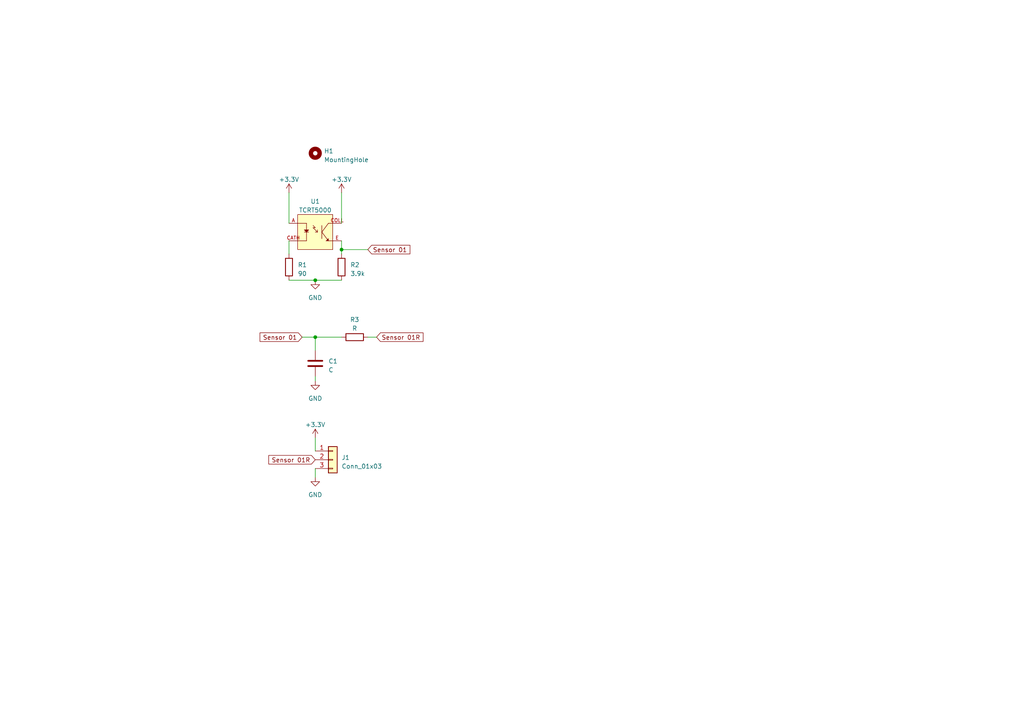
<source format=kicad_sch>
(kicad_sch (version 20230121) (generator eeschema)
  (paper "A4")
  (lib_symbols
    (symbol "Connector_Generic:Conn_01x03" (pin_names (offset 1.016) hide)
      (property "Reference" "J" (at 0 5.08 0))
      (property "Value" "Conn_01x03" (at 0 -5.08 0))
      (symbol "Conn_01x03_1_1"
        (rectangle (start -1.27 -2.413) (end 0 -2.667) (stroke (width 0.1524)))
        (rectangle (start -1.27 0.127) (end 0 -0.127) (stroke (width 0.1524)))
        (rectangle (start -1.27 2.667) (end 0 2.413) (stroke (width 0.1524)))
        (rectangle (start -1.27 3.81) (end 1.27 -3.81) (stroke (width 0.254)) (fill (type background)))
        (pin passive line (at -5.08 2.54 0) (length 3.81) (name "Pin_1") (number "1"))
        (pin passive line (at -5.08 0 0) (length 3.81) (name "Pin_2") (number "2"))
        (pin passive line (at -5.08 -2.54 0) (length 3.81) (name "Pin_3") (number "3"))
      )
    )
    (symbol "Device:C" (pin_numbers hide) (pin_names (offset 0.254))
      (property "Reference" "C" (at 0.635 2.54 0))
      (property "Value" "C" (at 0.635 -2.54 0))
      (symbol "C_0_1"
        (polyline (pts (xy -2.032 -0.762) (xy 2.032 -0.762)) (stroke (width 0.508)))
        (polyline (pts (xy -2.032 0.762) (xy 2.032 0.762)) (stroke (width 0.508)))
      )
      (symbol "C_1_1"
        (pin passive line (at 0 3.81 270) (length 2.794) (name "~") (number "1"))
        (pin passive line (at 0 -3.81 90) (length 2.794) (name "~") (number "2"))
      )
    )
    (symbol "Device:R" (pin_numbers hide) (pin_names (offset 0))
      (property "Reference" "R" (at 2.032 0 90))
      (property "Value" "R" (at 0 0 90))
      (symbol "R_0_1"
        (rectangle (start -1.016 -2.54) (end 1.016 2.54) (stroke (width 0.254)))
      )
      (symbol "R_1_1"
        (pin passive line (at 0 3.81 270) (length 1.27) (name "~") (number "1"))
        (pin passive line (at 0 -3.81 90) (length 1.27) (name "~") (number "2"))
      )
    )
    (symbol "Mechanical:MountingHole" (pin_names (offset 1.016))
      (property "Reference" "H" (at 0 5.08 0))
      (property "Value" "MountingHole" (at 0 3.175 0))
      (symbol "MountingHole_0_1"
        (circle (center 0 0) (radius 1.27) (stroke (width 1.27)))
      )
    )
    (symbol "TCRT5000:TCRT5000" (pin_names (offset 1.016))
      (property "Reference" "U" (at -5.0887 5.7248 0))
      (property "Value" "TCRT5000" (at -5.0838 -5.7193 0))
      (symbol "TCRT5000_0_0"
        (rectangle (start -5.08 -5.08) (end 5.08 5.08) (stroke (width 0.1524)) (fill (type background)))
        (polyline (pts (xy -5.08 2.54) (xy -2.54 2.54)) (stroke (width 0.1524)))
        (polyline (pts (xy -3.175 0) (xy -1.905 0)) (stroke (width 0.1524)))
        (polyline (pts (xy -2.54 -2.54) (xy -5.08 -2.54)) (stroke (width 0.1524)))
        (polyline (pts (xy -2.54 2.54) (xy -2.54 -2.54)) (stroke (width 0.1524)))
        (polyline (pts (xy -0.635 1.27) (xy 0.635 0)) (stroke (width 0.1524)))
        (polyline (pts (xy -0.635 1.905) (xy 0 1.27)) (stroke (width 0.1524)))
        (polyline (pts (xy 0 1.27) (xy -0.635 1.27)) (stroke (width 0.1524)))
        (polyline (pts (xy 0.635 0) (xy 0 0)) (stroke (width 0.1524)))
        (polyline (pts (xy 0.635 0.635) (xy 0.635 0)) (stroke (width 0.1524)))
        (polyline (pts (xy 1.905 0) (xy 1.905 -1.905)) (stroke (width 0.1524)))
        (polyline (pts (xy 1.905 0) (xy 3.81 -2.54)) (stroke (width 0.1524)))
        (polyline (pts (xy 1.905 0) (xy 3.81 2.54)) (stroke (width 0.1524)))
        (polyline (pts (xy 1.905 1.905) (xy 1.905 0)) (stroke (width 0.1524)))
        (polyline (pts (xy 3.81 -2.54) (xy 5.08 -2.54)) (stroke (width 0.1524)))
        (polyline (pts (xy 3.81 2.54) (xy 5.08 2.54)) (stroke (width 0.1524)))
        (polyline (pts (xy -3.175 0.635) (xy -1.905 0.635) (xy -2.54 0) (xy -3.175 0.635)) (stroke (width 0.1524)) (fill (type outline)))
        (polyline (pts (xy 3.175 -2.54) (xy 3.81 -2.54) (xy 3.81 -1.905) (xy 3.175 -2.54)) (stroke (width 0.1524)) (fill (type outline)))
        (pin passive line (at -7.62 2.54 0) (length 2.54) (name "~") (number "A"))
        (pin passive line (at -7.62 -2.54 0) (length 2.54) (name "~") (number "CATH"))
        (pin passive line (at 7.62 2.54 180) (length 2.54) (name "~") (number "COLL"))
        (pin passive line (at 7.62 -2.54 180) (length 2.54) (name "~") (number "E"))
      )
    )
    (symbol "power:+3.3V" (power) (pin_names (offset 0))
      (property "Value" "+3.3V" (at 0 3.556 0))
      (symbol "+3.3V_0_1"
        (polyline (pts (xy -0.762 1.27) (xy 0 2.54)))
        (polyline (pts (xy 0 0) (xy 0 2.54)))
        (polyline (pts (xy 0 2.54) (xy 0.762 1.27)))
      )
      (symbol "+3.3V_1_1"
        (pin power_in line (at 0 0 90) (length 0) hide (name "+3.3V") (number "1"))
      )
    )
    (symbol "power:GND" (power) (pin_names (offset 0))
      (property "Value" "GND" (at 0 -3.81 0))
      (symbol "GND_0_1"
        (polyline (pts (xy 0 0) (xy 0 -1.27) (xy 1.27 -1.27) (xy 0 -2.54) (xy -1.27 -1.27) (xy 0 -1.27)))
      )
      (symbol "GND_1_1"
        (pin power_in line (at 0 0 270) (length 0) hide (name "GND") (number "1"))
      )
    )
  )
  (junction (at 91.44 97.79))
  (junction (at 91.44 81.28))
  (junction (at 99.06 72.39))
  (wire (pts (xy 91.44 101.6) (xy 91.44 97.79)))
  (wire (pts (xy 91.44 109.22) (xy 91.44 110.49)))
  (wire (pts (xy 106.68 97.79) (xy 109.22 97.79)))
  (wire (pts (xy 91.44 127) (xy 91.44 130.81)))
  (wire (pts (xy 99.06 69.85) (xy 99.06 72.39)))
  (wire (pts (xy 83.82 69.85) (xy 83.82 73.66)))
  (wire (pts (xy 91.44 81.28) (xy 99.06 81.28)))
  (wire (pts (xy 99.06 72.39) (xy 99.06 73.66)))
  (wire (pts (xy 87.63 97.79) (xy 91.44 97.79)))
  (wire (pts (xy 91.44 135.89) (xy 91.44 138.43)))
  (wire (pts (xy 83.82 55.88) (xy 83.82 64.77)))
  (wire (pts (xy 99.06 72.39) (xy 106.68 72.39)))
  (wire (pts (xy 83.82 81.28) (xy 91.44 81.28)))
  (wire (pts (xy 91.44 97.79) (xy 99.06 97.79)))
  (wire (pts (xy 99.06 55.88) (xy 99.06 64.77)))
  (global_label "Sensor 01R" (shape input) (at 91.44 133.35 180) (property "Intersheetrefs" "${INTERSHEET_REFS}" (effects hide)))
  (global_label "Sensor 01R" (shape input) (at 109.22 97.79 0) (property "Intersheetrefs" "${INTERSHEET_REFS}" (effects hide)))
  (global_label "Sensor 01" (shape input) (at 106.68 72.39 0) (property "Intersheetrefs" "${INTERSHEET_REFS}" (effects hide)))
  (global_label "Sensor 01" (shape input) (at 87.63 97.79 180) (property "Intersheetrefs" "${INTERSHEET_REFS}" (effects hide)))
  (symbol (lib_id "power:GND") (at 91.44 110.49 0) (unit 1)
    (property "Reference" "#PWR04" (effects hide))
    (property "Value" "GND" (at 91.44 115.57 0))
  )
  (symbol (lib_id "power:GND") (at 91.44 138.43 0) (unit 1)
    (property "Reference" "#PWR05" (effects hide))
    (property "Value" "GND" (at 91.44 143.51 0))
  )
  (symbol (lib_id "Connector_Generic:Conn_01x03") (at 96.52 133.35 0) (unit 1)
    (property "Reference" "J1" (at 99.06 132.715 0) (effects (justify left)))
    (property "Value" "Conn_01x03" (at 99.06 135.255 0) (effects (justify left)))
    (property "Footprint" "Connector_PinHeader_2.54mm:PinHeader_1x03_P2.54mm_Vertical" (effects hide))
  )
  (symbol (lib_id "TCRT5000:TCRT5000") (at 91.44 67.31 0) (unit 1)
    (property "Reference" "U1" (at 91.44 58.42 0))
    (property "Value" "TCRT5000" (at 91.44 60.96 0))
    (property "Footprint" "Footprints:OPTO_TCRT5000" (effects hide))
    (property "MF" "Vishay" (effects hide))
    (property "MAXIMUM_PACKAGE_HEIGHT" "7.2mm" (effects hide))
    (property "Package" "TCRT5000 Vishay" (effects hide))
    (property "Price" "None" (effects hide))
    (property "Check_prices" "https://www.snapeda.com/parts/TCRT5000/Vishay+Semiconductor+Opto+Division/view-part/?ref=eda" (effects hide))
    (property "STANDARD" "Manufacturer recommendations" (effects hide))
    (property "PARTREV" "1.7" (effects hide))
    (property "SnapEDA_Link" "https://www.snapeda.com/parts/TCRT5000/Vishay+Semiconductor+Opto+Division/view-part/?ref=snap" (effects hide))
    (property "MP" "TCRT5000" (effects hide))
    (property "Purchase-URL" "https://www.snapeda.com/api/url_track_click_mouser/?unipart_id=885229&manufacturer=Vishay&part_name=TCRT5000&search_term=tcrt5000" (effects hide))
    (property "Description" "\nReflective Optical Sensor 0.591 (15mm) PCB Mount\n" (effects hide))
    (property "Availability" "In Stock" (effects hide))
    (property "MANUFACTURER" "Vishay" (effects hide))
  )
  (symbol (lib_id "Device:R") (at 102.87 97.79 90) (unit 1)
    (property "Reference" "R3" (at 102.87 92.71 90))
    (property "Value" "R" (at 102.87 95.25 90))
    (property "Footprint" "Resistor_SMD:R_0805_2012Metric" (effects hide))
  )
  (symbol (lib_id "power:+3.3V") (at 99.06 55.88 0) (unit 1)
    (property "Reference" "#PWR03" (effects hide))
    (property "Value" "+3.3V" (at 99.06 52.07 0))
  )
  (symbol (lib_id "power:+3.3V") (at 83.82 55.88 0) (unit 1)
    (property "Reference" "#PWR02" (effects hide))
    (property "Value" "+3.3V" (at 83.82 52.07 0))
  )
  (symbol (lib_id "Device:R") (at 99.06 77.47 0) (unit 1)
    (property "Reference" "R2" (at 101.6 76.835 0) (effects (justify left)))
    (property "Value" "3.9k" (at 101.6 79.375 0) (effects (justify left)))
    (property "Footprint" "Resistor_SMD:R_0805_2012Metric" (effects hide))
  )
  (symbol (lib_id "Device:R") (at 83.82 77.47 0) (unit 1)
    (property "Reference" "R1" (at 86.36 76.835 0) (effects (justify left)))
    (property "Value" "90" (at 86.36 79.375 0) (effects (justify left)))
    (property "Footprint" "Resistor_SMD:R_0805_2012Metric" (effects hide))
  )
  (symbol (lib_id "Mechanical:MountingHole") (at 91.44 44.45 0) (unit 1)
    (property "Reference" "H1" (at 93.98 43.815 0) (effects (justify left)))
    (property "Value" "MountingHole" (at 93.98 46.355 0) (effects (justify left)))
    (property "Footprint" "MountingHole:MountingHole_3mm" (effects hide))
  )
  (symbol (lib_id "Device:C") (at 91.44 105.41 0) (unit 1)
    (property "Reference" "C1" (at 95.25 104.775 0) (effects (justify left)))
    (property "Value" "C" (at 95.25 107.315 0) (effects (justify left)))
    (property "Footprint" "Capacitor_SMD:C_1206_3216Metric" (effects hide))
  )
  (symbol (lib_id "power:GND") (at 91.44 81.28 0) (unit 1)
    (property "Reference" "#PWR01" (effects hide))
    (property "Value" "GND" (at 91.44 86.36 0))
  )
  (symbol (lib_id "power:+3.3V") (at 91.44 127 0) (unit 1)
    (property "Reference" "#PWR06" (effects hide))
    (property "Value" "+3.3V" (at 91.44 123.19 0))
  )
)
</source>
